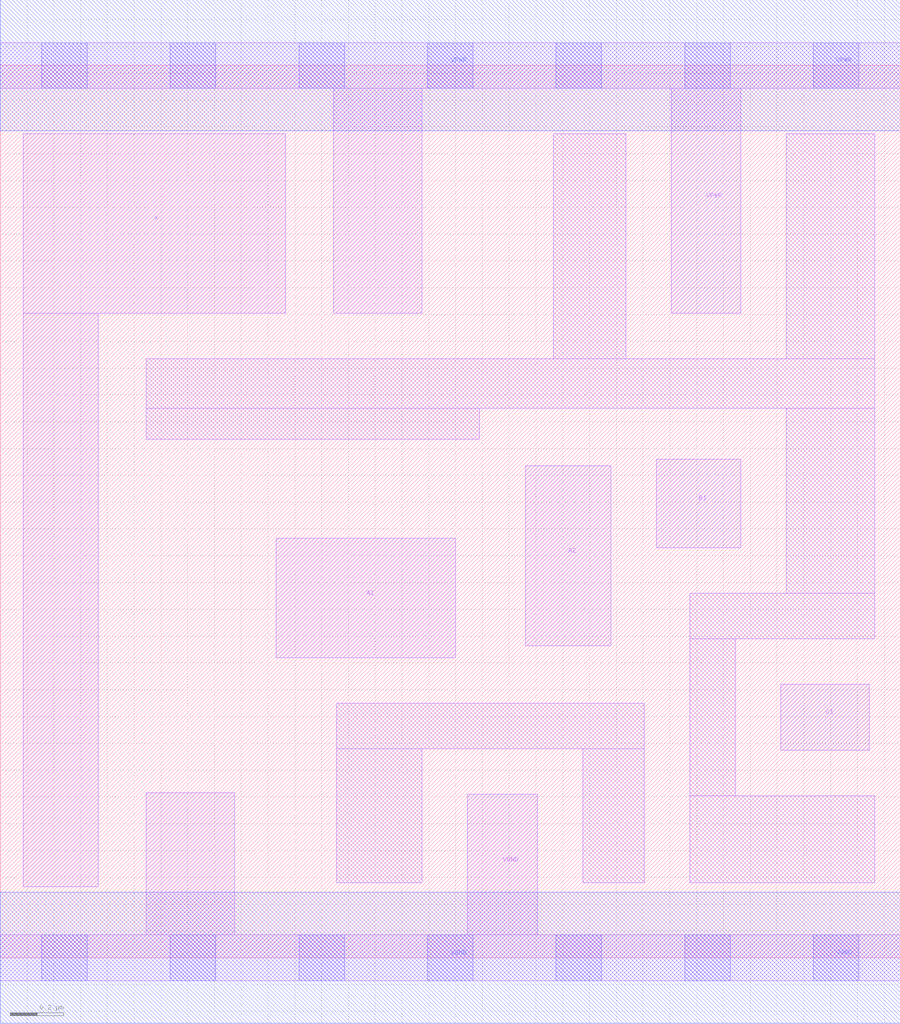
<source format=lef>
# Copyright 2020 The SkyWater PDK Authors
#
# Licensed under the Apache License, Version 2.0 (the "License");
# you may not use this file except in compliance with the License.
# You may obtain a copy of the License at
#
#     https://www.apache.org/licenses/LICENSE-2.0
#
# Unless required by applicable law or agreed to in writing, software
# distributed under the License is distributed on an "AS IS" BASIS,
# WITHOUT WARRANTIES OR CONDITIONS OF ANY KIND, either express or implied.
# See the License for the specific language governing permissions and
# limitations under the License.
#
# SPDX-License-Identifier: Apache-2.0

VERSION 5.7 ;
  NAMESCASESENSITIVE ON ;
  NOWIREEXTENSIONATPIN ON ;
  DIVIDERCHAR "/" ;
  BUSBITCHARS "[]" ;
UNITS
  DATABASE MICRONS 200 ;
END UNITS
MACRO sky130_fd_sc_lp__o211a_0
  CLASS CORE ;
  SOURCE USER ;
  FOREIGN sky130_fd_sc_lp__o211a_0 ;
  ORIGIN  0.000000  0.000000 ;
  SIZE  3.360000 BY  3.330000 ;
  SYMMETRY X Y R90 ;
  SITE unit ;
  PIN A1
    ANTENNAGATEAREA  0.159000 ;
    DIRECTION INPUT ;
    USE SIGNAL ;
    PORT
      LAYER li1 ;
        RECT 1.030000 1.120000 1.700000 1.565000 ;
    END
  END A1
  PIN A2
    ANTENNAGATEAREA  0.159000 ;
    DIRECTION INPUT ;
    USE SIGNAL ;
    PORT
      LAYER li1 ;
        RECT 1.960000 1.165000 2.280000 1.835000 ;
    END
  END A2
  PIN B1
    ANTENNAGATEAREA  0.159000 ;
    DIRECTION INPUT ;
    USE SIGNAL ;
    PORT
      LAYER li1 ;
        RECT 2.450000 1.530000 2.765000 1.860000 ;
    END
  END B1
  PIN C1
    ANTENNAGATEAREA  0.159000 ;
    DIRECTION INPUT ;
    USE SIGNAL ;
    PORT
      LAYER li1 ;
        RECT 2.915000 0.775000 3.245000 1.020000 ;
    END
  END C1
  PIN X
    ANTENNADIFFAREA  0.498500 ;
    DIRECTION OUTPUT ;
    USE SIGNAL ;
    PORT
      LAYER li1 ;
        RECT 0.085000 0.265000 0.365000 2.405000 ;
        RECT 0.085000 2.405000 1.065000 3.075000 ;
    END
  END X
  PIN VGND
    DIRECTION INOUT ;
    USE GROUND ;
    PORT
      LAYER li1 ;
        RECT 0.000000 -0.085000 3.360000 0.085000 ;
        RECT 0.545000  0.085000 0.875000 0.615000 ;
        RECT 1.745000  0.085000 2.005000 0.610000 ;
      LAYER mcon ;
        RECT 0.155000 -0.085000 0.325000 0.085000 ;
        RECT 0.635000 -0.085000 0.805000 0.085000 ;
        RECT 1.115000 -0.085000 1.285000 0.085000 ;
        RECT 1.595000 -0.085000 1.765000 0.085000 ;
        RECT 2.075000 -0.085000 2.245000 0.085000 ;
        RECT 2.555000 -0.085000 2.725000 0.085000 ;
        RECT 3.035000 -0.085000 3.205000 0.085000 ;
      LAYER met1 ;
        RECT 0.000000 -0.245000 3.360000 0.245000 ;
    END
  END VGND
  PIN VPWR
    DIRECTION INOUT ;
    USE POWER ;
    PORT
      LAYER li1 ;
        RECT 0.000000 3.245000 3.360000 3.415000 ;
        RECT 1.245000 2.405000 1.575000 3.245000 ;
        RECT 2.505000 2.405000 2.765000 3.245000 ;
      LAYER mcon ;
        RECT 0.155000 3.245000 0.325000 3.415000 ;
        RECT 0.635000 3.245000 0.805000 3.415000 ;
        RECT 1.115000 3.245000 1.285000 3.415000 ;
        RECT 1.595000 3.245000 1.765000 3.415000 ;
        RECT 2.075000 3.245000 2.245000 3.415000 ;
        RECT 2.555000 3.245000 2.725000 3.415000 ;
        RECT 3.035000 3.245000 3.205000 3.415000 ;
      LAYER met1 ;
        RECT 0.000000 3.085000 3.360000 3.575000 ;
    END
  END VPWR
  OBS
    LAYER li1 ;
      RECT 0.545000 1.935000 1.790000 2.050000 ;
      RECT 0.545000 2.050000 3.265000 2.235000 ;
      RECT 1.255000 0.280000 1.575000 0.780000 ;
      RECT 1.255000 0.780000 2.405000 0.950000 ;
      RECT 2.065000 2.235000 2.335000 3.075000 ;
      RECT 2.175000 0.280000 2.405000 0.780000 ;
      RECT 2.575000 0.280000 3.265000 0.605000 ;
      RECT 2.575000 0.605000 2.745000 1.190000 ;
      RECT 2.575000 1.190000 3.265000 1.360000 ;
      RECT 2.935000 1.360000 3.265000 2.050000 ;
      RECT 2.935000 2.235000 3.265000 3.075000 ;
  END
END sky130_fd_sc_lp__o211a_0

</source>
